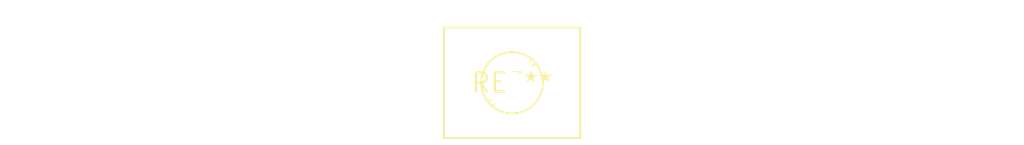
<source format=kicad_pcb>
(kicad_pcb (version 20240108) (generator pcbnew)
  (layers (0 "F.Cu" signal) (31 "B.Cu" signal) (34 "B.Paste" user) (35 "F.Paste" user) (36 "B.SilkS" user "B.Silkscreen") (37 "F.SilkS" user "F.Silkscreen") (38 "B.Mask" user) (39 "F.Mask" user) (44 "Edge.Cuts" user))
  (net 0 "")
  (footprint "TerminalBlock_MetzConnect_360271_1x01_Horizontal_ScrewM3.0_Boxed" (layer "F.Cu") (at 0 0)
    (property "Reference" "REF**")
    (property "Value" "TerminalBlock_MetzConnect_360271_1x01_Horizontal_ScrewM3.0_Boxed")
    (fp_line (start -4.56 -3.71) (end -4.56 3.71) (layer "F.SilkS") (stroke (width 0.12)))
    (fp_line (start -4.56 -3.71) (end 4.56 -3.71) (layer "F.SilkS") (stroke (width 0.12)))
    (fp_line (start -4.56 3.71) (end 4.56 3.71) (layer "F.SilkS") (stroke (width 0.12)))
    (fp_line (start -1.376 1.124) (end -1.563 1.311) (layer "F.SilkS") (stroke (width 0.12)))
    (fp_line (start -1.168 1.419) (end -1.312 1.563) (layer "F.SilkS") (stroke (width 0.12)))
    (fp_line (start 1.312 -1.563) (end 1.168 -1.419) (layer "F.SilkS") (stroke (width 0.12)))
    (fp_line (start 1.563 -1.311) (end 1.376 -1.125) (layer "F.SilkS") (stroke (width 0.12)))
    (fp_line (start 4.56 -3.71) (end 4.56 3.71) (layer "F.SilkS") (stroke (width 0.12)))
    (fp_circle (center 0 0) (end 2.06 0) (layer "F.SilkS") (stroke (width 0.12)) (fill none))
    (pad "1" thru_hole circle (at 0 0) (size 3 3) (drill 1.5) (layers *.Cu *.Mask) (remove_unused_layers))
  )
)
</source>
